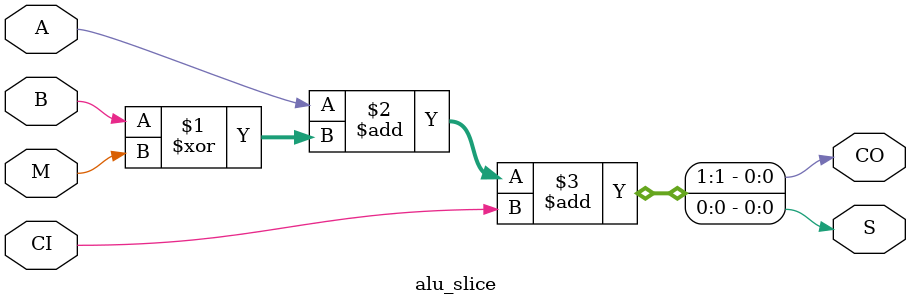
<source format=v>
module alu_slice(input A, B, CI, M, output S, CO);
  assign {CO,S} = A + (B^M) + CI;
endmodule

</source>
